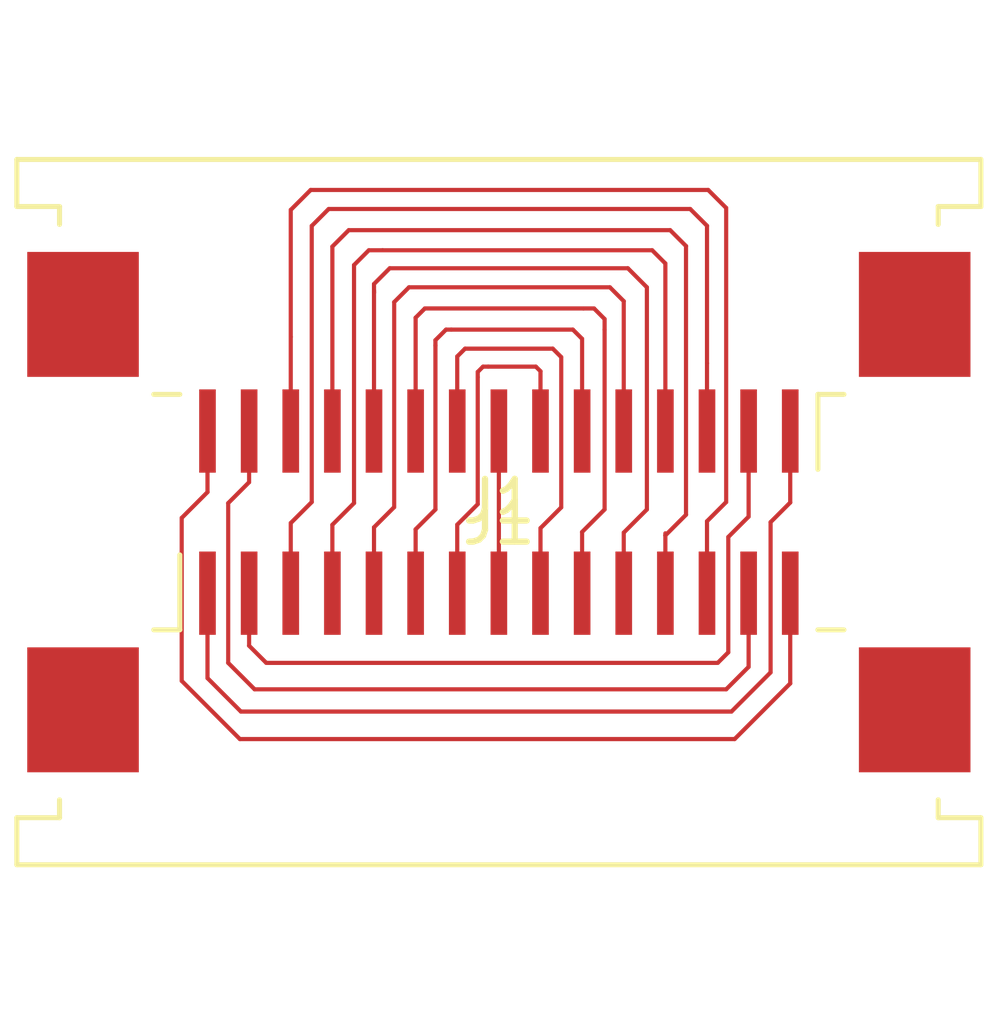
<source format=kicad_pcb>
(kicad_pcb (version 4) (host pcbnew 4.0.7)

  (general
    (links 15)
    (no_connects 0)
    (area 136.250999 85.786 160.421001 110.529)
    (thickness 1.6)
    (drawings 0)
    (tracks 111)
    (zones 0)
    (modules 2)
    (nets 16)
  )

  (page A4)
  (layers
    (0 F.Cu signal)
    (31 B.Cu signal)
    (32 B.Adhes user)
    (33 F.Adhes user)
    (34 B.Paste user)
    (35 F.Paste user)
    (36 B.SilkS user)
    (37 F.SilkS user)
    (38 B.Mask user)
    (39 F.Mask user)
    (40 Dwgs.User user)
    (41 Cmts.User user)
    (42 Eco1.User user)
    (43 Eco2.User user)
    (44 Edge.Cuts user)
    (45 Margin user)
    (46 B.CrtYd user)
    (47 F.CrtYd user)
    (48 B.Fab user)
    (49 F.Fab user)
  )

  (setup
    (last_trace_width 0.1)
    (trace_clearance 0.1)
    (zone_clearance 0.508)
    (zone_45_only no)
    (trace_min 0.1)
    (segment_width 0.2)
    (edge_width 0.15)
    (via_size 0.6)
    (via_drill 0.4)
    (via_min_size 0.4)
    (via_min_drill 0.3)
    (uvia_size 0.3)
    (uvia_drill 0.1)
    (uvias_allowed no)
    (uvia_min_size 0.2)
    (uvia_min_drill 0.1)
    (pcb_text_width 0.3)
    (pcb_text_size 1.5 1.5)
    (mod_edge_width 0.15)
    (mod_text_size 1 1)
    (mod_text_width 0.15)
    (pad_size 1.524 1.524)
    (pad_drill 0.762)
    (pad_to_mask_clearance 0.2)
    (aux_axis_origin 0 0)
    (visible_elements 7FFFFFFF)
    (pcbplotparams
      (layerselection 0x00000_00000001)
      (usegerberextensions false)
      (excludeedgelayer true)
      (linewidth 0.100000)
      (plotframeref false)
      (viasonmask false)
      (mode 1)
      (useauxorigin false)
      (hpglpennumber 1)
      (hpglpenspeed 20)
      (hpglpendiameter 15)
      (hpglpenoverlay 2)
      (psnegative false)
      (psa4output false)
      (plotreference true)
      (plotvalue true)
      (plotinvisibletext false)
      (padsonsilk false)
      (subtractmaskfromsilk false)
      (outputformat 4)
      (mirror false)
      (drillshape 0)
      (scaleselection 1)
      (outputdirectory ./))
  )

  (net 0 "")
  (net 1 "Net-(J1-Pad1)")
  (net 2 "Net-(J1-Pad2)")
  (net 3 "Net-(J1-Pad3)")
  (net 4 "Net-(J1-Pad4)")
  (net 5 "Net-(J1-Pad5)")
  (net 6 "Net-(J1-Pad6)")
  (net 7 "Net-(J1-Pad7)")
  (net 8 "Net-(J1-Pad8)")
  (net 9 "Net-(J1-Pad9)")
  (net 10 "Net-(J1-Pad10)")
  (net 11 "Net-(J1-Pad11)")
  (net 12 "Net-(J1-Pad12)")
  (net 13 "Net-(J1-Pad13)")
  (net 14 "Net-(J1-Pad14)")
  (net 15 "Net-(J1-Pad15)")

  (net_class Default "Dies ist die voreingestellte Netzklasse."
    (clearance 0.1)
    (trace_width 0.1)
    (via_dia 0.6)
    (via_drill 0.4)
    (uvia_dia 0.3)
    (uvia_drill 0.1)
    (add_net "Net-(J1-Pad1)")
    (add_net "Net-(J1-Pad10)")
    (add_net "Net-(J1-Pad11)")
    (add_net "Net-(J1-Pad12)")
    (add_net "Net-(J1-Pad13)")
    (add_net "Net-(J1-Pad14)")
    (add_net "Net-(J1-Pad15)")
    (add_net "Net-(J1-Pad2)")
    (add_net "Net-(J1-Pad3)")
    (add_net "Net-(J1-Pad4)")
    (add_net "Net-(J1-Pad5)")
    (add_net "Net-(J1-Pad6)")
    (add_net "Net-(J1-Pad7)")
    (add_net "Net-(J1-Pad8)")
    (add_net "Net-(J1-Pad9)")
  )

  (module Connectors_TE-Connectivity:TE_1-84953-5_1x15_P1.0mm_Horizontal (layer F.Cu) (tedit 5B7823FA) (tstamp 5B782114)
    (at 148.336 94.361 180)
    (descr "TE FPC connector, 15 top-side contacts, 1.0mm pitch, 1.0mm height, SMT, http://www.te.com/commerce/DocumentDelivery/DDEController?Action=srchrtrv&DocNm=84953&DocType=Customer+Drawing&DocLang=English&DocFormat=pdf&PartCntxt=84953-4")
    (tags "te fpc 84953")
    (path /5B781E10)
    (attr smd)
    (fp_text reference J1 (at 0 -4 180) (layer F.SilkS)
      (effects (font (size 1 1) (thickness 0.15)))
    )
    (fp_text value Conn_01x15 (at 0 7.7 180) (layer F.Fab)
      (effects (font (size 1 1) (thickness 0.15)))
    )
    (fp_line (start -10.435 -0.8) (end 10.435 -0.8) (layer F.Fab) (width 0.1))
    (fp_line (start 10.435 -0.8) (end 10.435 3.71) (layer F.Fab) (width 0.1))
    (fp_line (start 10.435 3.71) (end 11.46 3.71) (layer F.Fab) (width 0.1))
    (fp_line (start 11.46 3.71) (end 11.46 4.6) (layer F.Fab) (width 0.1))
    (fp_line (start 11.46 4.6) (end -11.46 4.6) (layer F.Fab) (width 0.1))
    (fp_line (start -11.46 4.6) (end -11.46 3.71) (layer F.Fab) (width 0.1))
    (fp_line (start -11.46 3.71) (end -10.435 3.71) (layer F.Fab) (width 0.1))
    (fp_line (start -10.435 3.71) (end -10.435 -0.8) (layer F.Fab) (width 0.1))
    (fp_line (start -7.5 -0.8) (end -7 0.2) (layer F.Fab) (width 0.1))
    (fp_line (start -7 0.2) (end -6.5 -0.8) (layer F.Fab) (width 0.1))
    (fp_line (start 10.435 4.6) (end 10.435 5.61) (layer F.Fab) (width 0.1))
    (fp_line (start 10.435 5.61) (end 11.46 5.61) (layer F.Fab) (width 0.1))
    (fp_line (start 11.46 5.61) (end 11.46 6.5) (layer F.Fab) (width 0.1))
    (fp_line (start 11.46 6.5) (end -11.46 6.5) (layer F.Fab) (width 0.1))
    (fp_line (start -11.46 6.5) (end -11.46 5.61) (layer F.Fab) (width 0.1))
    (fp_line (start -11.46 5.61) (end -10.435 5.61) (layer F.Fab) (width 0.1))
    (fp_line (start -10.435 5.61) (end -10.435 4.6) (layer F.Fab) (width 0.1))
    (fp_line (start 10.555 3.16) (end 10.555 3.59) (layer F.SilkS) (width 0.12))
    (fp_line (start 10.555 3.59) (end 11.58 3.59) (layer F.SilkS) (width 0.12))
    (fp_line (start 11.58 3.59) (end 11.58 4.72) (layer F.SilkS) (width 0.12))
    (fp_line (start 11.58 4.72) (end -11.58 4.72) (layer F.SilkS) (width 0.12))
    (fp_line (start -11.58 4.72) (end -11.58 3.59) (layer F.SilkS) (width 0.12))
    (fp_line (start -11.58 3.59) (end -10.555 3.59) (layer F.SilkS) (width 0.12))
    (fp_line (start -10.555 3.59) (end -10.555 3.16) (layer F.SilkS) (width 0.12))
    (fp_line (start -8.29 -0.92) (end -7.665 -0.92) (layer F.SilkS) (width 0.12))
    (fp_line (start -7.665 -0.92) (end -7.665 -2.72) (layer F.SilkS) (width 0.12))
    (fp_line (start 7.665 -0.92) (end 8.29 -0.92) (layer F.SilkS) (width 0.12))
    (fp_line (start -11.96 -3.3) (end -11.96 7) (layer F.CrtYd) (width 0.05))
    (fp_line (start -11.96 7) (end 11.96 7) (layer F.CrtYd) (width 0.05))
    (fp_line (start 11.96 7) (end 11.96 -3.3) (layer F.CrtYd) (width 0.05))
    (fp_line (start 11.96 -3.3) (end -11.96 -3.3) (layer F.CrtYd) (width 0.05))
    (fp_text user %R (at 0 1 180) (layer F.Fab)
      (effects (font (size 1 1) (thickness 0.15)))
    )
    (pad 1 smd rect (at -7 -1.8 180) (size 0.4 2) (layers F.Cu F.Paste F.Mask)
      (net 1 "Net-(J1-Pad1)"))
    (pad 2 smd rect (at -6 -1.8 180) (size 0.4 2) (layers F.Cu F.Paste F.Mask)
      (net 2 "Net-(J1-Pad2)"))
    (pad 3 smd rect (at -5 -1.8 180) (size 0.4 2) (layers F.Cu F.Paste F.Mask)
      (net 3 "Net-(J1-Pad3)"))
    (pad 4 smd rect (at -4 -1.8 180) (size 0.4 2) (layers F.Cu F.Paste F.Mask)
      (net 4 "Net-(J1-Pad4)"))
    (pad 5 smd rect (at -3 -1.8 180) (size 0.4 2) (layers F.Cu F.Paste F.Mask)
      (net 5 "Net-(J1-Pad5)"))
    (pad 6 smd rect (at -2 -1.8 180) (size 0.4 2) (layers F.Cu F.Paste F.Mask)
      (net 6 "Net-(J1-Pad6)"))
    (pad 7 smd rect (at -1 -1.8 180) (size 0.4 2) (layers F.Cu F.Paste F.Mask)
      (net 7 "Net-(J1-Pad7)"))
    (pad 8 smd rect (at 0 -1.8 180) (size 0.4 2) (layers F.Cu F.Paste F.Mask)
      (net 8 "Net-(J1-Pad8)"))
    (pad 9 smd rect (at 1 -1.8 180) (size 0.4 2) (layers F.Cu F.Paste F.Mask)
      (net 9 "Net-(J1-Pad9)"))
    (pad 10 smd rect (at 2 -1.8 180) (size 0.4 2) (layers F.Cu F.Paste F.Mask)
      (net 10 "Net-(J1-Pad10)"))
    (pad 11 smd rect (at 3 -1.8 180) (size 0.4 2) (layers F.Cu F.Paste F.Mask)
      (net 11 "Net-(J1-Pad11)"))
    (pad 12 smd rect (at 4 -1.8 180) (size 0.4 2) (layers F.Cu F.Paste F.Mask)
      (net 12 "Net-(J1-Pad12)"))
    (pad 13 smd rect (at 5 -1.8 180) (size 0.4 2) (layers F.Cu F.Paste F.Mask)
      (net 13 "Net-(J1-Pad13)"))
    (pad 14 smd rect (at 6 -1.8 180) (size 0.4 2) (layers F.Cu F.Paste F.Mask)
      (net 14 "Net-(J1-Pad14)"))
    (pad 15 smd rect (at 7 -1.8 180) (size 0.4 2) (layers F.Cu F.Paste F.Mask)
      (net 15 "Net-(J1-Pad15)"))
    (pad "" smd rect (at -9.99 1 180) (size 2.68 3) (layers F.Cu F.Paste F.Mask))
    (pad "" smd rect (at 9.99 1 180) (size 2.68 3) (layers F.Cu F.Paste F.Mask))
    (model ${KISYS3DMOD}/Connectors_TE-Connectivity.3dshapes/TE_1-84953-5_1x15_P1.0mm_Horizontal.wrl
      (at (xyz 0 0 0))
      (scale (xyz 1 1 1))
      (rotate (xyz 0 0 0))
    )
  )

  (module Connectors_TE-Connectivity:TE_1-84953-5_1x15_P1.0mm_Horizontal (layer F.Cu) (tedit 5B7823FA) (tstamp 5B7825DB)
    (at 148.336 101.854)
    (descr "TE FPC connector, 15 top-side contacts, 1.0mm pitch, 1.0mm height, SMT, http://www.te.com/commerce/DocumentDelivery/DDEController?Action=srchrtrv&DocNm=84953&DocType=Customer+Drawing&DocLang=English&DocFormat=pdf&PartCntxt=84953-4")
    (tags "te fpc 84953")
    (path /5B781E10)
    (attr smd)
    (fp_text reference J1 (at 0 -4) (layer F.SilkS)
      (effects (font (size 1 1) (thickness 0.15)))
    )
    (fp_text value Conn_01x15 (at 0 7.7) (layer F.Fab)
      (effects (font (size 1 1) (thickness 0.15)))
    )
    (fp_line (start -10.435 -0.8) (end 10.435 -0.8) (layer F.Fab) (width 0.1))
    (fp_line (start 10.435 -0.8) (end 10.435 3.71) (layer F.Fab) (width 0.1))
    (fp_line (start 10.435 3.71) (end 11.46 3.71) (layer F.Fab) (width 0.1))
    (fp_line (start 11.46 3.71) (end 11.46 4.6) (layer F.Fab) (width 0.1))
    (fp_line (start 11.46 4.6) (end -11.46 4.6) (layer F.Fab) (width 0.1))
    (fp_line (start -11.46 4.6) (end -11.46 3.71) (layer F.Fab) (width 0.1))
    (fp_line (start -11.46 3.71) (end -10.435 3.71) (layer F.Fab) (width 0.1))
    (fp_line (start -10.435 3.71) (end -10.435 -0.8) (layer F.Fab) (width 0.1))
    (fp_line (start -7.5 -0.8) (end -7 0.2) (layer F.Fab) (width 0.1))
    (fp_line (start -7 0.2) (end -6.5 -0.8) (layer F.Fab) (width 0.1))
    (fp_line (start 10.435 4.6) (end 10.435 5.61) (layer F.Fab) (width 0.1))
    (fp_line (start 10.435 5.61) (end 11.46 5.61) (layer F.Fab) (width 0.1))
    (fp_line (start 11.46 5.61) (end 11.46 6.5) (layer F.Fab) (width 0.1))
    (fp_line (start 11.46 6.5) (end -11.46 6.5) (layer F.Fab) (width 0.1))
    (fp_line (start -11.46 6.5) (end -11.46 5.61) (layer F.Fab) (width 0.1))
    (fp_line (start -11.46 5.61) (end -10.435 5.61) (layer F.Fab) (width 0.1))
    (fp_line (start -10.435 5.61) (end -10.435 4.6) (layer F.Fab) (width 0.1))
    (fp_line (start 10.555 3.16) (end 10.555 3.59) (layer F.SilkS) (width 0.12))
    (fp_line (start 10.555 3.59) (end 11.58 3.59) (layer F.SilkS) (width 0.12))
    (fp_line (start 11.58 3.59) (end 11.58 4.72) (layer F.SilkS) (width 0.12))
    (fp_line (start 11.58 4.72) (end -11.58 4.72) (layer F.SilkS) (width 0.12))
    (fp_line (start -11.58 4.72) (end -11.58 3.59) (layer F.SilkS) (width 0.12))
    (fp_line (start -11.58 3.59) (end -10.555 3.59) (layer F.SilkS) (width 0.12))
    (fp_line (start -10.555 3.59) (end -10.555 3.16) (layer F.SilkS) (width 0.12))
    (fp_line (start -8.29 -0.92) (end -7.665 -0.92) (layer F.SilkS) (width 0.12))
    (fp_line (start -7.665 -0.92) (end -7.665 -2.72) (layer F.SilkS) (width 0.12))
    (fp_line (start 7.665 -0.92) (end 8.29 -0.92) (layer F.SilkS) (width 0.12))
    (fp_line (start -11.96 -3.3) (end -11.96 7) (layer F.CrtYd) (width 0.05))
    (fp_line (start -11.96 7) (end 11.96 7) (layer F.CrtYd) (width 0.05))
    (fp_line (start 11.96 7) (end 11.96 -3.3) (layer F.CrtYd) (width 0.05))
    (fp_line (start 11.96 -3.3) (end -11.96 -3.3) (layer F.CrtYd) (width 0.05))
    (fp_text user %R (at 0 1) (layer F.Fab)
      (effects (font (size 1 1) (thickness 0.15)))
    )
    (pad 1 smd rect (at -7 -1.8) (size 0.4 2) (layers F.Cu F.Paste F.Mask)
      (net 1 "Net-(J1-Pad1)"))
    (pad 2 smd rect (at -6 -1.8) (size 0.4 2) (layers F.Cu F.Paste F.Mask)
      (net 2 "Net-(J1-Pad2)"))
    (pad 3 smd rect (at -5 -1.8) (size 0.4 2) (layers F.Cu F.Paste F.Mask)
      (net 3 "Net-(J1-Pad3)"))
    (pad 4 smd rect (at -4 -1.8) (size 0.4 2) (layers F.Cu F.Paste F.Mask)
      (net 4 "Net-(J1-Pad4)"))
    (pad 5 smd rect (at -3 -1.8) (size 0.4 2) (layers F.Cu F.Paste F.Mask)
      (net 5 "Net-(J1-Pad5)"))
    (pad 6 smd rect (at -2 -1.8) (size 0.4 2) (layers F.Cu F.Paste F.Mask)
      (net 6 "Net-(J1-Pad6)"))
    (pad 7 smd rect (at -1 -1.8) (size 0.4 2) (layers F.Cu F.Paste F.Mask)
      (net 7 "Net-(J1-Pad7)"))
    (pad 8 smd rect (at 0 -1.8) (size 0.4 2) (layers F.Cu F.Paste F.Mask)
      (net 8 "Net-(J1-Pad8)"))
    (pad 9 smd rect (at 1 -1.8) (size 0.4 2) (layers F.Cu F.Paste F.Mask)
      (net 9 "Net-(J1-Pad9)"))
    (pad 10 smd rect (at 2 -1.8) (size 0.4 2) (layers F.Cu F.Paste F.Mask)
      (net 10 "Net-(J1-Pad10)"))
    (pad 11 smd rect (at 3 -1.8) (size 0.4 2) (layers F.Cu F.Paste F.Mask)
      (net 11 "Net-(J1-Pad11)"))
    (pad 12 smd rect (at 4 -1.8) (size 0.4 2) (layers F.Cu F.Paste F.Mask)
      (net 12 "Net-(J1-Pad12)"))
    (pad 13 smd rect (at 5 -1.8) (size 0.4 2) (layers F.Cu F.Paste F.Mask)
      (net 13 "Net-(J1-Pad13)"))
    (pad 14 smd rect (at 6 -1.8) (size 0.4 2) (layers F.Cu F.Paste F.Mask)
      (net 14 "Net-(J1-Pad14)"))
    (pad 15 smd rect (at 7 -1.8) (size 0.4 2) (layers F.Cu F.Paste F.Mask)
      (net 15 "Net-(J1-Pad15)"))
    (pad "" smd rect (at -9.99 1) (size 2.68 3) (layers F.Cu F.Paste F.Mask))
    (pad "" smd rect (at 9.99 1) (size 2.68 3) (layers F.Cu F.Paste F.Mask))
    (model ${KISYS3DMOD}/Connectors_TE-Connectivity.3dshapes/TE_1-84953-5_1x15_P1.0mm_Horizontal.wrl
      (at (xyz 0 0 0))
      (scale (xyz 1 1 1))
      (rotate (xyz 0 0 0))
    )
  )

  (segment (start 141.336 100.054) (end 141.336 102.093) (width 0.1) (layer F.Cu) (net 1) (status 400000))
  (segment (start 155.336 97.8766) (end 155.336 96.161) (width 0.1) (layer F.Cu) (net 1) (tstamp 5B793242) (status 800000))
  (segment (start 154.8638 98.3488) (end 155.336 97.8766) (width 0.1) (layer F.Cu) (net 1) (tstamp 5B793240))
  (segment (start 154.8638 101.9556) (end 154.8638 98.3488) (width 0.1) (layer F.Cu) (net 1) (tstamp 5B79323D))
  (segment (start 153.924 102.8954) (end 154.8638 101.9556) (width 0.1) (layer F.Cu) (net 1) (tstamp 5B79323B))
  (segment (start 142.1384 102.8954) (end 153.924 102.8954) (width 0.1) (layer F.Cu) (net 1) (tstamp 5B793237))
  (segment (start 141.336 102.093) (end 142.1384 102.8954) (width 0.1) (layer F.Cu) (net 1) (tstamp 5B793235))
  (segment (start 142.336 100.054) (end 142.336 101.315) (width 0.1) (layer F.Cu) (net 2) (status 400000))
  (segment (start 154.336 98.2162) (end 154.336 96.161) (width 0.1) (layer F.Cu) (net 2) (tstamp 5B793290) (status 800000))
  (segment (start 153.8478 98.7044) (end 154.336 98.2162) (width 0.1) (layer F.Cu) (net 2) (tstamp 5B79328D))
  (segment (start 153.8478 101.473) (end 153.8478 98.7044) (width 0.1) (layer F.Cu) (net 2) (tstamp 5B79328A))
  (segment (start 153.5938 101.727) (end 153.8478 101.473) (width 0.1) (layer F.Cu) (net 2) (tstamp 5B793289))
  (segment (start 142.748 101.727) (end 153.5938 101.727) (width 0.1) (layer F.Cu) (net 2) (tstamp 5B793286))
  (segment (start 142.336 101.315) (end 142.748 101.727) (width 0.1) (layer F.Cu) (net 2) (tstamp 5B793284))
  (segment (start 144.2466 90.8304) (end 143.8402 91.2368) (width 0.1) (layer F.Cu) (net 3))
  (segment (start 153.336 96.161) (end 153.336 94.535) (width 0.1) (layer F.Cu) (net 3) (tstamp 5B7826DB) (status 20))
  (segment (start 144.2466 90.8304) (end 152.9334 90.8304) (width 0.1) (layer F.Cu) (net 3) (tstamp 5B7826D9))
  (segment (start 153.336 91.233) (end 152.9334 90.8304) (width 0.1) (layer F.Cu) (net 3) (tstamp 5B7827DC))
  (segment (start 153.336 94.535) (end 153.336 91.233) (width 0.1) (layer F.Cu) (net 3))
  (segment (start 143.336 98.3704) (end 143.336 100.054) (width 0.1) (layer F.Cu) (net 3) (tstamp 5B782899))
  (segment (start 143.8402 97.8662) (end 143.336 98.3704) (width 0.1) (layer F.Cu) (net 3) (tstamp 5B782898))
  (segment (start 143.8402 91.2368) (end 143.8402 97.8662) (width 0.1) (layer F.Cu) (net 3) (tstamp 5B782897))
  (segment (start 144.336 100.054) (end 144.336 98.4118) (width 0.1) (layer F.Cu) (net 4))
  (segment (start 144.8562 92.1766) (end 145.2118 91.821) (width 0.1) (layer F.Cu) (net 4) (tstamp 5B782979))
  (segment (start 144.8562 97.8916) (end 144.8562 92.1766) (width 0.1) (layer F.Cu) (net 4) (tstamp 5B782977))
  (segment (start 144.336 98.4118) (end 144.8562 97.8916) (width 0.1) (layer F.Cu) (net 4) (tstamp 5B782975))
  (segment (start 152.336 92.138) (end 152.019 91.821) (width 0.1) (layer F.Cu) (net 4) (tstamp 5B782753))
  (segment (start 152.019 91.821) (end 145.542 91.821) (width 0.1) (layer F.Cu) (net 4) (tstamp 5B782754))
  (segment (start 152.336 92.138) (end 152.336 96.161) (width 0.1) (layer F.Cu) (net 4))
  (segment (start 145.2118 91.821) (end 145.542 91.821) (width 0.1) (layer F.Cu) (net 4) (tstamp 5B782982))
  (segment (start 145.8214 97.9876) (end 145.8214 93.0656) (width 0.1) (layer F.Cu) (net 5))
  (segment (start 151.336 96.161) (end 151.336 93.043) (width 0.1) (layer F.Cu) (net 5) (tstamp 5B782773))
  (segment (start 151.003 92.71) (end 151.336 93.043) (width 0.1) (layer F.Cu) (net 5) (tstamp 5B782772))
  (segment (start 146.177 92.71) (end 151.003 92.71) (width 0.1) (layer F.Cu) (net 5) (tstamp 5B782770))
  (segment (start 145.336 98.473) (end 145.8214 97.9876) (width 0.1) (layer F.Cu) (net 5) (tstamp 5B78276C))
  (segment (start 145.336 98.473) (end 145.336 100.054) (width 0.1) (layer F.Cu) (net 5))
  (segment (start 145.8214 93.0656) (end 146.177 92.71) (width 0.1) (layer F.Cu) (net 5) (tstamp 5B7828A8))
  (segment (start 146.812 94.107) (end 146.812 93.98) (width 0.1) (layer F.Cu) (net 6))
  (segment (start 146.336 100.054) (end 146.336 98.52) (width 0.1) (layer F.Cu) (net 6) (tstamp 5B782787))
  (segment (start 146.812 98.044) (end 146.336 98.52) (width 0.1) (layer F.Cu) (net 6) (tstamp 5B782785))
  (segment (start 146.812 94.107) (end 146.812 98.044) (width 0.1) (layer F.Cu) (net 6) (tstamp 5B782784))
  (segment (start 146.812 93.98) (end 147.066 93.726) (width 0.1) (layer F.Cu) (net 6) (tstamp 5B782837))
  (segment (start 150.336 93.948) (end 150.114 93.726) (width 0.1) (layer F.Cu) (net 6) (tstamp 5B782781))
  (segment (start 150.114 93.726) (end 147.193 93.726) (width 0.1) (layer F.Cu) (net 6) (tstamp 5B782782))
  (segment (start 150.336 93.948) (end 150.336 96.161) (width 0.1) (layer F.Cu) (net 6))
  (segment (start 147.066 93.726) (end 147.193 93.726) (width 0.1) (layer F.Cu) (net 6) (tstamp 5B78283A))
  (segment (start 147.828 94.869) (end 147.828 94.742) (width 0.1) (layer F.Cu) (net 7))
  (segment (start 147.336 100.054) (end 147.336 98.409) (width 0.1) (layer F.Cu) (net 7) (tstamp 5B78279F))
  (segment (start 147.828 97.917) (end 147.336 98.409) (width 0.1) (layer F.Cu) (net 7) (tstamp 5B78279D))
  (segment (start 147.828 94.869) (end 147.828 97.917) (width 0.1) (layer F.Cu) (net 7) (tstamp 5B78279C))
  (segment (start 149.225 94.615) (end 148.082 94.615) (width 0.1) (layer F.Cu) (net 7) (tstamp 5B78279A))
  (segment (start 149.336 94.726) (end 149.225 94.615) (width 0.1) (layer F.Cu) (net 7) (tstamp 5B782799))
  (segment (start 149.336 94.726) (end 149.336 96.161) (width 0.1) (layer F.Cu) (net 7))
  (segment (start 147.955 94.615) (end 148.082 94.615) (width 0.1) (layer F.Cu) (net 7) (tstamp 5B782828))
  (segment (start 147.828 94.742) (end 147.955 94.615) (width 0.1) (layer F.Cu) (net 7) (tstamp 5B782827))
  (segment (start 148.336 96.161) (end 148.336 100.054) (width 0.1) (layer F.Cu) (net 8))
  (segment (start 147.336 96.161) (end 147.336 94.3704) (width 0.1) (layer F.Cu) (net 9))
  (segment (start 149.336 98.4918) (end 149.336 100.054) (width 0.1) (layer F.Cu) (net 9) (tstamp 5B7829A5))
  (segment (start 149.8346 97.9932) (end 149.336 98.4918) (width 0.1) (layer F.Cu) (net 9) (tstamp 5B7829A2))
  (segment (start 149.8346 94.3864) (end 149.8346 97.9932) (width 0.1) (layer F.Cu) (net 9) (tstamp 5B78299D))
  (segment (start 149.6314 94.1832) (end 149.8346 94.3864) (width 0.1) (layer F.Cu) (net 9) (tstamp 5B78299A))
  (segment (start 147.5232 94.1832) (end 149.6314 94.1832) (width 0.1) (layer F.Cu) (net 9) (tstamp 5B782999))
  (segment (start 147.336 94.3704) (end 147.5232 94.1832) (width 0.1) (layer F.Cu) (net 9) (tstamp 5B782997))
  (segment (start 150.876 93.726) (end 150.876 93.472) (width 0.1) (layer F.Cu) (net 10))
  (segment (start 146.336 93.44) (end 146.558 93.218) (width 0.1) (layer F.Cu) (net 10) (tstamp 5B782776))
  (segment (start 146.558 93.218) (end 150.368 93.218) (width 0.1) (layer F.Cu) (net 10) (tstamp 5B782777))
  (segment (start 150.876 93.726) (end 150.876 98.044) (width 0.1) (layer F.Cu) (net 10) (tstamp 5B782779))
  (segment (start 150.876 98.044) (end 150.336 98.584) (width 0.1) (layer F.Cu) (net 10) (tstamp 5B78277B))
  (segment (start 150.336 100.054) (end 150.336 98.584) (width 0.1) (layer F.Cu) (net 10) (tstamp 5B78277D))
  (segment (start 146.336 93.44) (end 146.336 96.161) (width 0.1) (layer F.Cu) (net 10))
  (segment (start 150.622 93.218) (end 150.368 93.218) (width 0.1) (layer F.Cu) (net 10) (tstamp 5B78282D))
  (segment (start 150.876 93.472) (end 150.622 93.218) (width 0.1) (layer F.Cu) (net 10) (tstamp 5B78282C))
  (segment (start 145.336 92.837) (end 145.336 92.631) (width 0.1) (layer F.Cu) (net 11))
  (segment (start 151.336 98.6) (end 151.336 100.054) (width 0.1) (layer F.Cu) (net 11) (tstamp 5B782768))
  (segment (start 151.892 98.044) (end 151.336 98.6) (width 0.1) (layer F.Cu) (net 11) (tstamp 5B782766))
  (segment (start 151.892 92.71) (end 151.892 98.044) (width 0.1) (layer F.Cu) (net 11) (tstamp 5B782764))
  (segment (start 151.4348 92.2528) (end 151.892 92.71) (width 0.1) (layer F.Cu) (net 11) (tstamp 5B78284F))
  (segment (start 145.7142 92.2528) (end 151.4348 92.2528) (width 0.1) (layer F.Cu) (net 11) (tstamp 5B78284E))
  (segment (start 145.336 92.631) (end 145.7142 92.2528) (width 0.1) (layer F.Cu) (net 11) (tstamp 5B78284D))
  (segment (start 145.336 96.161) (end 145.336 92.837) (width 0.1) (layer F.Cu) (net 11))
  (segment (start 145.336 92.837) (end 145.336 92.789) (width 0.1) (layer F.Cu) (net 11) (tstamp 5B78284B))
  (segment (start 144.336 96.161) (end 144.336 91.7316) (width 0.1) (layer F.Cu) (net 12))
  (segment (start 152.8318 98.171) (end 152.336 98.6668) (width 0.1) (layer F.Cu) (net 12) (tstamp 5B7828C2))
  (segment (start 152.8318 91.7194) (end 152.8318 98.171) (width 0.1) (layer F.Cu) (net 12) (tstamp 5B7828C1))
  (segment (start 152.4508 91.3384) (end 152.8318 91.7194) (width 0.1) (layer F.Cu) (net 12) (tstamp 5B7828C0))
  (segment (start 144.7292 91.3384) (end 152.4508 91.3384) (width 0.1) (layer F.Cu) (net 12) (tstamp 5B7828BF))
  (segment (start 144.336 91.7316) (end 144.7292 91.3384) (width 0.1) (layer F.Cu) (net 12) (tstamp 5B7828BD))
  (segment (start 152.336 100.054) (end 152.336 98.6668) (width 0.1) (layer F.Cu) (net 12) (tstamp 5B7826E4))
  (segment (start 152.336 98.6668) (end 152.336 98.616) (width 0.1) (layer F.Cu) (net 12) (tstamp 5B7828C7))
  (segment (start 143.336 93.9) (end 143.336 90.852) (width 0.1) (layer F.Cu) (net 13))
  (segment (start 143.336 96.161) (end 143.336 93.9) (width 0.1) (layer F.Cu) (net 13) (status 10))
  (segment (start 153.336 98.3272) (end 153.336 100.054) (width 0.1) (layer F.Cu) (net 13) (tstamp 5B7827ED) (status 800000))
  (segment (start 153.797 97.8662) (end 153.336 98.3272) (width 0.1) (layer F.Cu) (net 13) (tstamp 5B7827EB))
  (segment (start 153.797 90.805) (end 153.797 97.8662) (width 0.1) (layer F.Cu) (net 13) (tstamp 5B7827EA))
  (segment (start 153.3652 90.3732) (end 153.797 90.805) (width 0.1) (layer F.Cu) (net 13) (tstamp 5B7827E9))
  (segment (start 143.8148 90.3732) (end 153.3652 90.3732) (width 0.1) (layer F.Cu) (net 13) (tstamp 5B7827E7))
  (segment (start 143.336 90.852) (end 143.8148 90.3732) (width 0.1) (layer F.Cu) (net 13) (tstamp 5B7827E5))
  (segment (start 142.336 96.161) (end 142.336 97.3892) (width 0.1) (layer F.Cu) (net 14) (status 400000))
  (segment (start 154.336 101.823) (end 154.336 100.054) (width 0.1) (layer F.Cu) (net 14) (tstamp 5B79321A) (status 800000))
  (segment (start 153.797 102.362) (end 154.336 101.823) (width 0.1) (layer F.Cu) (net 14) (tstamp 5B793219))
  (segment (start 142.4686 102.362) (end 153.797 102.362) (width 0.1) (layer F.Cu) (net 14) (tstamp 5B793218))
  (segment (start 141.8336 101.727) (end 142.4686 102.362) (width 0.1) (layer F.Cu) (net 14) (tstamp 5B793216))
  (segment (start 141.8336 97.8916) (end 141.8336 101.727) (width 0.1) (layer F.Cu) (net 14) (tstamp 5B793211))
  (segment (start 142.336 97.3892) (end 141.8336 97.8916) (width 0.1) (layer F.Cu) (net 14) (tstamp 5B79320C))
  (segment (start 141.336 96.161) (end 141.336 97.6272) (width 0.1) (layer F.Cu) (net 15) (status 400000))
  (segment (start 155.336 102.22) (end 155.336 100.054) (width 0.1) (layer F.Cu) (net 15) (tstamp 5B793253) (status 800000))
  (segment (start 154.0002 103.5558) (end 155.336 102.22) (width 0.1) (layer F.Cu) (net 15) (tstamp 5B793251))
  (segment (start 142.113 103.5558) (end 154.0002 103.5558) (width 0.1) (layer F.Cu) (net 15) (tstamp 5B79324F))
  (segment (start 140.716 102.1588) (end 142.113 103.5558) (width 0.1) (layer F.Cu) (net 15) (tstamp 5B79324D))
  (segment (start 140.716 98.2472) (end 140.716 102.1588) (width 0.1) (layer F.Cu) (net 15) (tstamp 5B79324B))
  (segment (start 141.336 97.6272) (end 140.716 98.2472) (width 0.1) (layer F.Cu) (net 15) (tstamp 5B793248))

)

</source>
